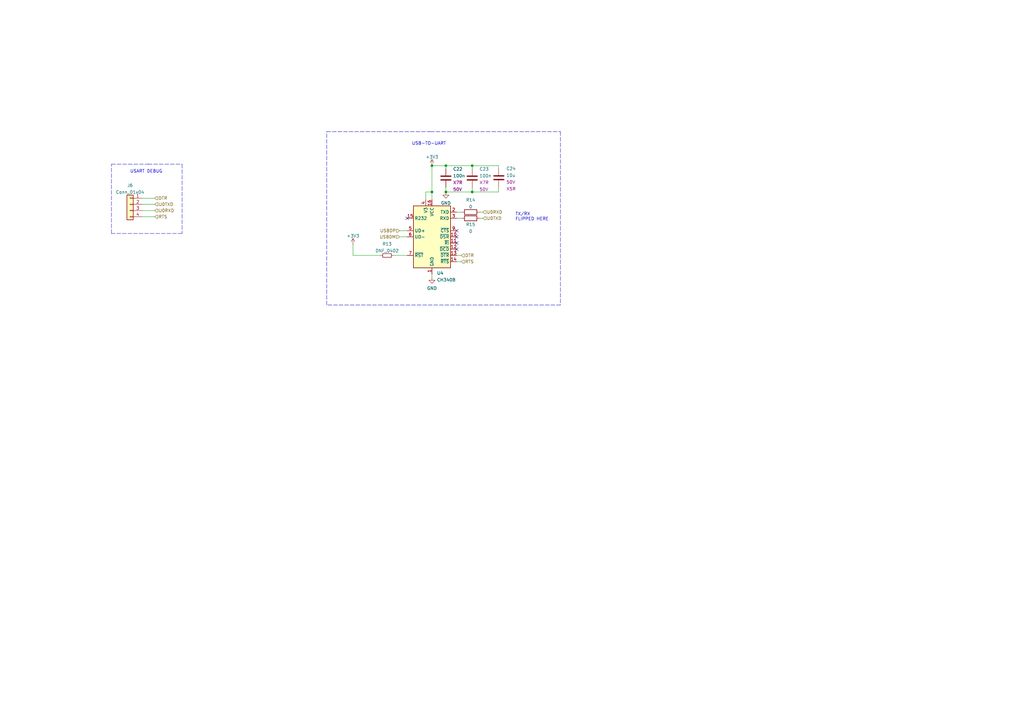
<source format=kicad_sch>
(kicad_sch (version 20211123) (generator eeschema)
  (paper "A3")
  (lib_symbols
    (symbol "Connector_Generic:Conn_01x04" (pin_names (offset 1.016) hide)
      (property "Reference" "J" (at 0 5.08 0))
      (property "Value" "Conn_01x04" (at 0 -7.62 0))
      (symbol "Conn_01x04_1_1"
        (rectangle (start -1.27 -4.953) (end 0 -5.207) (stroke (width 0.1524)))
        (rectangle (start -1.27 -2.413) (end 0 -2.667) (stroke (width 0.1524)))
        (rectangle (start -1.27 0.127) (end 0 -0.127) (stroke (width 0.1524)))
        (rectangle (start -1.27 2.667) (end 0 2.413) (stroke (width 0.1524)))
        (rectangle (start -1.27 3.81) (end 1.27 -6.35) (stroke (width 0.254)) (fill (type background)))
        (pin passive line (at -5.08 2.54 0) (length 3.81) (name "Pin_1") (number "1"))
        (pin passive line (at -5.08 0 0) (length 3.81) (name "Pin_2") (number "2"))
        (pin passive line (at -5.08 -2.54 0) (length 3.81) (name "Pin_3") (number "3"))
        (pin passive line (at -5.08 -5.08 0) (length 3.81) (name "Pin_4") (number "4"))
      )
    )
    (symbol "Misc_JLC:CH340B"
      (property "Reference" "U" (at -5.08 13.97 0))
      (property "Value" "CH340B" (at 1.27 13.97 0))
      (symbol "CH340B_0_1"
        (rectangle (start -7.62 12.7) (end 7.62 -12.7) (stroke (width 0.254)) (fill (type background)))
      )
      (symbol "CH340B_1_1"
        (pin power_in line (at 0 -15.24 90) (length 2.54) (name "GND") (number "1"))
        (pin input line (at 10.16 0 180) (length 2.54) (name "~{DSR}") (number "10"))
        (pin input line (at 10.16 -2.54 180) (length 2.54) (name "~{RI}") (number "11"))
        (pin input line (at 10.16 -5.08 180) (length 2.54) (name "~{DCD}") (number "12"))
        (pin output line (at 10.16 -7.62 180) (length 2.54) (name "~{DTR}") (number "13"))
        (pin output line (at 10.16 -10.16 180) (length 2.54) (name "~{RTS}") (number "14"))
        (pin input line (at -10.16 7.62 0) (length 2.54) (name "R232") (number "15"))
        (pin power_in line (at 0 15.24 270) (length 2.54) (name "VCC") (number "16"))
        (pin output line (at 10.16 10.16 180) (length 2.54) (name "TXD") (number "2"))
        (pin input line (at 10.16 7.62 180) (length 2.54) (name "RXD") (number "3"))
        (pin passive line (at -2.54 15.24 270) (length 2.54) (name "V3") (number "4"))
        (pin bidirectional line (at -10.16 2.54 0) (length 2.54) (name "UD+") (number "5"))
        (pin bidirectional line (at -10.16 0 0) (length 2.54) (name "UD-") (number "6"))
        (pin input line (at -10.16 -7.62 0) (length 2.54) (name "~{RST}") (number "7"))
        (pin no_connect line (at -7.62 -10.16 0) (length 2.54) hide (name "NC") (number "8"))
        (pin input line (at 10.16 2.54 180) (length 2.54) (name "~{CTS}") (number "9"))
      )
    )
    (symbol "TinyTin:0" (pin_numbers hide) (pin_names (offset 0))
      (property "Reference" "R" (at 2.032 0 90))
      (property "Value" "0" (at 0 0 90))
      (symbol "0_0_1"
        (rectangle (start -1.016 -2.54) (end 1.016 2.54) (stroke (width 0.254)))
      )
      (symbol "0_1_1"
        (pin passive line (at 0 3.81 270) (length 1.27) (name "~") (number "1"))
        (pin passive line (at 0 -3.81 90) (length 1.27) (name "~") (number "2"))
      )
    )
    (symbol "TinyTin:100n" (pin_numbers hide) (pin_names (offset 0.254))
      (property "Reference" "C" (at 0.635 2.54 0))
      (property "Value" "100n" (at 0.635 -2.54 0))
      (property "Type" "X7R" (at 5.7404 1.27 0))
      (property "Voltage" "50V" (at 5.5372 -1.016 0))
      (symbol "100n_0_1"
        (polyline (pts (xy -2.032 -0.762) (xy 2.032 -0.762)) (stroke (width 0.508)))
        (polyline (pts (xy -2.032 0.762) (xy 2.032 0.762)) (stroke (width 0.508)))
      )
      (symbol "100n_1_1"
        (pin passive line (at 0 3.81 270) (length 2.794) (name "~") (number "1"))
        (pin passive line (at 0 -3.81 90) (length 2.794) (name "~") (number "2"))
      )
    )
    (symbol "TinyTin:10u" (pin_numbers hide) (pin_names (offset 0.254) hide)
      (property "Reference" "C" (at 3.175 -2.54 0))
      (property "Value" "10u" (at 2.8702 -4.9276 0))
      (property "Rated Voltage" "50V" (at -4.7498 -4.826 0))
      (property "STD Code" "X5R" (at -4.6482 -2.8956 0))
      (symbol "10u_0_1"
        (polyline (pts (xy -1.905 -4.445) (xy 2.159 -4.445)) (stroke (width 0.508)))
        (polyline (pts (xy -1.905 -2.921) (xy 2.159 -2.921)) (stroke (width 0.508)))
      )
      (symbol "10u_1_1"
        (pin passive line (at 0 0 270) (length 2.794) (name "~") (number "1"))
        (pin passive line (at 0 -7.62 90) (length 3) (name "~") (number "2"))
      )
    )
    (symbol "personal:DNF_0402" (pin_numbers hide) (pin_names (offset 0.254) hide)
      (property "Reference" "R" (at 0.762 0.508 0))
      (property "Value" "DNF_0402" (at 0.762 -1.016 0))
      (symbol "DNF_0402_0_1"
        (rectangle (start -0.762 1.778) (end 0.762 -1.778) (stroke (width 0.2032)))
      )
      (symbol "DNF_0402_1_1"
        (pin passive line (at 0 2.54 270) (length 0.762) (name "~") (number "1"))
        (pin passive line (at 0 -2.54 90) (length 0.762) (name "~") (number "2"))
      )
    )
    (symbol "power:+3V3" (power) (pin_names (offset 0))
      (property "Value" "+3V3" (at 0 3.556 0))
      (symbol "+3V3_0_1"
        (polyline (pts (xy -0.762 1.27) (xy 0 2.54)))
        (polyline (pts (xy 0 0) (xy 0 2.54)))
        (polyline (pts (xy 0 2.54) (xy 0.762 1.27)))
      )
      (symbol "+3V3_1_1"
        (pin power_in line (at 0 0 90) (length 0) hide (name "+3V3") (number "1"))
      )
    )
    (symbol "power:GND" (power) (pin_names (offset 0))
      (property "Value" "GND" (at 0 -3.81 0))
      (symbol "GND_0_1"
        (polyline (pts (xy 0 0) (xy 0 -1.27) (xy 1.27 -1.27) (xy 0 -2.54) (xy -1.27 -1.27) (xy 0 -1.27)))
      )
      (symbol "GND_1_1"
        (pin power_in line (at 0 0 270) (length 0) hide (name "GND") (number "1"))
      )
    )
  )
  (junction (at 193.675 78.74))
  (junction (at 182.88 67.945))
  (junction (at 177.165 78.74))
  (junction (at 193.675 67.945))
  (junction (at 177.165 67.945))
  (junction (at 182.88 78.74))
  (no_connect (at 167.005 89.535))
  (no_connect (at 187.325 97.155))
  (no_connect (at 187.325 99.695))
  (no_connect (at 187.325 94.615))
  (no_connect (at 187.325 102.235))
  (wire (pts (xy 58.42 86.36) (xy 63.5 86.36)))
  (wire (pts (xy 193.675 76.835) (xy 193.675 78.74)))
  (wire (pts (xy 204.47 76.835) (xy 204.47 78.74)))
  (wire (pts (xy 177.165 112.395) (xy 177.165 113.665)))
  (wire (pts (xy 196.85 86.995) (xy 198.12 86.995)))
  (polyline (pts (xy 229.87 53.975) (xy 229.87 125.095)))
  (wire (pts (xy 58.42 88.9) (xy 63.5 88.9)))
  (wire (pts (xy 58.42 81.28) (xy 63.5 81.28)))
  (wire (pts (xy 204.47 69.215) (xy 204.47 67.945)))
  (wire (pts (xy 196.85 89.535) (xy 198.12 89.535)))
  (wire (pts (xy 182.88 78.74) (xy 193.675 78.74)))
  (polyline (pts (xy 176.53 53.975) (xy 229.87 53.975)))
  (polyline (pts (xy 229.87 125.095) (xy 133.985 125.095)))
  (wire (pts (xy 182.88 67.945) (xy 193.675 67.945)))
  (wire (pts (xy 144.78 104.775) (xy 156.21 104.775)))
  (wire (pts (xy 174.625 78.74) (xy 177.165 78.74)))
  (polyline (pts (xy 133.985 53.975) (xy 176.53 53.975)))
  (wire (pts (xy 187.325 104.775) (xy 189.23 104.775)))
  (wire (pts (xy 187.325 89.535) (xy 189.23 89.535)))
  (wire (pts (xy 163.83 94.615) (xy 167.005 94.615)))
  (wire (pts (xy 163.83 97.155) (xy 167.005 97.155)))
  (polyline (pts (xy 133.985 125.095) (xy 133.985 53.975)))
  (wire (pts (xy 193.675 78.74) (xy 204.47 78.74)))
  (polyline (pts (xy 45.72 67.31) (xy 60.96 67.31)))
  (wire (pts (xy 177.165 67.945) (xy 177.165 78.74)))
  (wire (pts (xy 187.325 107.315) (xy 189.23 107.315)))
  (wire (pts (xy 177.165 78.74) (xy 177.165 81.915)))
  (wire (pts (xy 161.29 104.775) (xy 167.005 104.775)))
  (polyline (pts (xy 60.706 67.31) (xy 74.676 67.31)))
  (wire (pts (xy 182.88 76.835) (xy 182.88 78.74)))
  (wire (pts (xy 58.42 83.82) (xy 63.5 83.82)))
  (wire (pts (xy 144.78 100.33) (xy 144.78 104.775)))
  (polyline (pts (xy 74.676 95.758) (xy 45.72 95.758)))
  (wire (pts (xy 187.325 86.995) (xy 189.23 86.995)))
  (wire (pts (xy 182.88 67.945) (xy 182.88 69.215)))
  (wire (pts (xy 193.675 67.945) (xy 193.675 69.215)))
  (wire (pts (xy 174.625 81.915) (xy 174.625 78.74)))
  (polyline (pts (xy 45.72 95.758) (xy 45.72 67.31)))
  (polyline (pts (xy 74.676 67.31) (xy 74.676 95.758)))
  (wire (pts (xy 193.675 67.945) (xy 204.47 67.945)))
  (wire (pts (xy 177.165 67.945) (xy 182.88 67.945)))
  (text "USB-TO-UART" (at 168.91 59.69 0) (effects (font (size 1.27 1.27)) (justify left bottom)))
  (text "USART DEBUG" (at 53.34 71.12 0) (effects (font (size 1.27 1.27)) (justify left bottom)))
  (text "TX/RX \nFLIPPED HERE" (at 211.328 90.678 0) (effects (font (size 1.27 1.27)) (justify left bottom)))
  (hierarchical_label "U0RXD" (shape input) (at 198.12 86.995 0))
  (hierarchical_label "DTR" (shape input) (at 189.23 104.775 0))
  (hierarchical_label "U0RXD" (shape input) (at 63.5 86.36 0))
  (hierarchical_label "USBDP" (shape input) (at 163.83 94.615 180))
  (hierarchical_label "U0TXD" (shape input) (at 63.5 83.82 0))
  (hierarchical_label "DTR" (shape input) (at 63.5 81.28 0))
  (hierarchical_label "RTS" (shape input) (at 189.23 107.315 0))
  (hierarchical_label "U0TXD" (shape input) (at 198.12 89.535 0))
  (hierarchical_label "USBDM" (shape input) (at 163.83 97.155 180))
  (hierarchical_label "RTS" (shape input) (at 63.5 88.9 0))
  (symbol (lib_id "power:GND") (at 177.165 113.665 0) (unit 1)
    (property "Reference" "#PWR0136" (effects hide))
    (property "Value" "GND" (at 177.165 118.2275 0))
  )
  (symbol (lib_id "power:+3V3") (at 144.78 100.33 0) (unit 1)
    (property "Reference" "#PWR0138" (effects hide))
    (property "Value" "+3V3" (at 144.78 96.7255 0))
  )
  (symbol (lib_id "TinyTin:100n") (at 182.88 73.025 0) (unit 1)
    (property "Reference" "C22" (at 185.801 69.3414 0) (effects (justify left)))
    (property "Value" "100n" (at 185.801 72.1165 0) (effects (justify left)))
    (property "Footprint" "Capacitor_SMD:C_0402_1005Metric" (effects hide))
    (property "Type" "X7R" (at 185.801 74.8916 0) (effects (justify left)))
    (property "LCSC" "C307331" (effects hide))
    (property "Voltage" "50V" (at 185.801 77.6667 0) (effects (justify left)))
  )
  (symbol (lib_id "power:GND") (at 182.88 78.74 0) (mirror y) (unit 1)
    (property "Reference" "#PWR0137" (effects hide))
    (property "Value" "GND" (at 182.88 83.3025 0))
  )
  (symbol (lib_id "TinyTin:100n") (at 193.675 73.025 0) (unit 1)
    (property "Reference" "C23" (at 196.596 69.3414 0) (effects (justify left)))
    (property "Value" "100n" (at 196.596 72.1165 0) (effects (justify left)))
    (property "Footprint" "Capacitor_SMD:C_0402_1005Metric" (effects hide))
    (property "Type" "X7R" (at 196.596 74.8916 0) (effects (justify left)))
    (property "LCSC" "C307331" (effects hide))
    (property "Voltage" "50V" (at 196.596 77.6667 0) (effects (justify left)))
  )
  (symbol (lib_id "TinyTin:0") (at 193.04 89.535 90) (unit 1)
    (property "Reference" "R15" (at 193.04 92.075 90))
    (property "Value" "0" (at 193.04 94.8501 90))
    (property "Footprint" "Resistor_SMD:R_0805_2012Metric_Pad1.20x1.40mm_HandSolder" (effects hide))
    (property "LCSC" "C17477" (effects hide))
  )
  (symbol (lib_id "Connector_Generic:Conn_01x04") (at 53.34 83.82 0) (mirror y) (unit 1)
    (property "Reference" "J6" (at 53.34 76.0435 0))
    (property "Value" "Conn_01x04" (at 53.34 78.8186 0))
    (property "Footprint" "Connector_PinHeader_1.27mm:PinHeader_1x04_P1.27mm_Vertical" (effects hide))
  )
  (symbol (lib_id "Misc_JLC:CH340B") (at 177.165 97.155 0) (unit 1)
    (property "Reference" "U4" (at 179.1844 112.0045 0) (effects (justify left)))
    (property "Value" "CH340B" (at 179.1844 114.7796 0) (effects (justify left)))
    (property "Footprint" "Package_SO:SOIC-16_3.9x9.9mm_P1.27mm" (effects hide))
    (property "Datasheet" "https://www.mpja.com/download/35227cpdata.pdf" (effects hide))
    (property "LCSC" "C81010" (effects hide))
  )
  (symbol (lib_id "personal:DNF_0402") (at 158.75 104.775 270) (unit 1)
    (property "Reference" "R13" (at 158.75 100.0719 90))
    (property "Value" "DNF_0402" (at 158.75 102.847 90))
    (property "Footprint" "Resistor_SMD:R_0402_1005Metric" (effects hide))
  )
  (symbol (lib_id "TinyTin:10u") (at 204.47 69.215 0) (unit 1)
    (property "Reference" "C24" (at 207.645 69.1447 0) (effects (justify left)))
    (property "Value" "10u" (at 207.645 71.9198 0) (effects (justify left)))
    (property "Footprint" "Capacitor_SMD:C_0805_2012Metric" (effects hide))
    (property "Datasheet" "https://datasheet.lcsc.com/lcsc/2004251506_Murata-Electronics-GRM21BR61H106KE43L_C440198.pdf" (effects hide))
    (property "LCSC" "C440198" (effects hide))
    (property "Rated Voltage" "50V" (at 207.645 74.6949 0) (effects (justify left)))
    (property "STD Code" "X5R" (at 207.645 77.47 0) (effects (justify left)))
  )
  (symbol (lib_id "power:+3V3") (at 177.165 67.945 0) (unit 1)
    (property "Reference" "#PWR0135" (effects hide))
    (property "Value" "+3V3" (at 177.165 64.3405 0))
  )
  (symbol (lib_id "TinyTin:0") (at 193.04 86.995 90) (unit 1)
    (property "Reference" "R14" (at 193.04 82.0125 90))
    (property "Value" "0" (at 193.04 84.7876 90))
    (property "Footprint" "Resistor_SMD:R_0805_2012Metric_Pad1.20x1.40mm_HandSolder" (effects hide))
    (property "LCSC" "C17477" (effects hide))
  )
)
</source>
